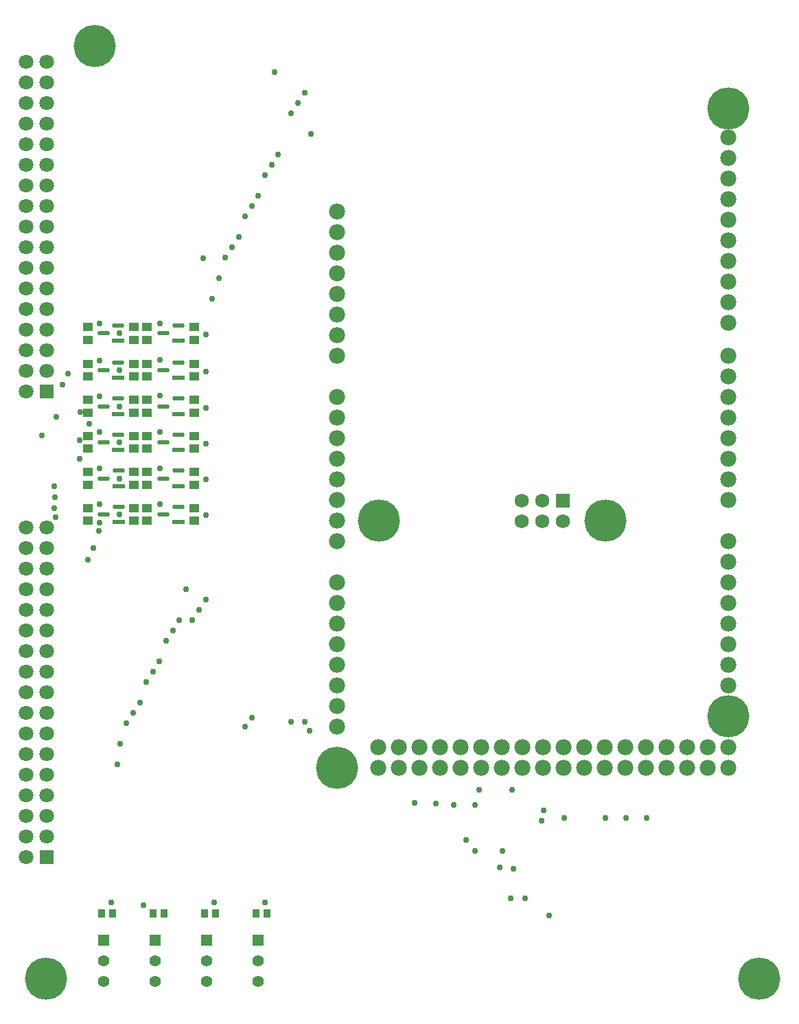
<source format=gts>
G04*
G04 #@! TF.GenerationSoftware,Altium Limited,Altium Designer,21.0.9 (235)*
G04*
G04 Layer_Color=8388736*
%FSLAX44Y44*%
%MOMM*%
G71*
G04*
G04 #@! TF.SameCoordinates,B04B5628-BEB7-489B-AFC1-9DCA5A1A145D*
G04*
G04*
G04 #@! TF.FilePolarity,Negative*
G04*
G01*
G75*
%ADD15R,1.5242X0.5780*%
G04:AMPARAMS|DCode=16|XSize=1.5242mm|YSize=0.578mm|CornerRadius=0.289mm|HoleSize=0mm|Usage=FLASHONLY|Rotation=180.000|XOffset=0mm|YOffset=0mm|HoleType=Round|Shape=RoundedRectangle|*
%AMROUNDEDRECTD16*
21,1,1.5242,0.0000,0,0,180.0*
21,1,0.9463,0.5780,0,0,180.0*
1,1,0.5780,-0.4731,0.0000*
1,1,0.5780,0.4731,0.0000*
1,1,0.5780,0.4731,0.0000*
1,1,0.5780,-0.4731,0.0000*
%
%ADD16ROUNDEDRECTD16*%
%ADD18R,0.9032X1.1032*%
%ADD19R,1.2032X1.1032*%
%ADD20C,1.9812*%
%ADD21R,1.4000X1.4000*%
%ADD22C,1.4000*%
%ADD23C,1.8032*%
%ADD24R,1.8032X1.8032*%
%ADD25C,1.7532*%
%ADD26R,1.7532X1.7532*%
%ADD27C,5.2032*%
%ADD28C,0.7532*%
D15*
X-678314Y-510044D02*
D03*
Y-465594D02*
D03*
X-751974D02*
D03*
X-678497Y-286616D02*
D03*
X-752581D02*
D03*
X-678497Y-332244D02*
D03*
X-752581D02*
D03*
X-678314Y-421144D02*
D03*
X-752369D02*
D03*
X-678314Y-376694D02*
D03*
X-752369D02*
D03*
X-751974Y-510044D02*
D03*
D16*
X-678314Y-491044D02*
D03*
X-696518Y-500544D02*
D03*
Y-456094D02*
D03*
X-678314Y-446594D02*
D03*
X-770178Y-456094D02*
D03*
X-751974Y-446594D02*
D03*
X-696701Y-277116D02*
D03*
X-678497Y-267616D02*
D03*
X-770784Y-277116D02*
D03*
X-752581Y-267616D02*
D03*
X-696701Y-322744D02*
D03*
X-678497Y-313244D02*
D03*
X-770784Y-322744D02*
D03*
X-752581Y-313244D02*
D03*
X-696518Y-411644D02*
D03*
X-678314Y-402144D02*
D03*
X-770572Y-411644D02*
D03*
X-752369Y-402144D02*
D03*
X-696518Y-367194D02*
D03*
X-678314Y-357694D02*
D03*
X-770572Y-367194D02*
D03*
X-752369Y-357694D02*
D03*
X-770178Y-500544D02*
D03*
X-751974Y-491044D02*
D03*
D18*
X-759156Y-992180D02*
D03*
X-773156D02*
D03*
X-709656D02*
D03*
X-695656D02*
D03*
X-646410D02*
D03*
X-632410D02*
D03*
X-582910D02*
D03*
X-568910D02*
D03*
D19*
X-659024Y-492544D02*
D03*
Y-508544D02*
D03*
Y-464094D02*
D03*
Y-448094D02*
D03*
X-733136Y-464094D02*
D03*
Y-448094D02*
D03*
X-790286Y-448094D02*
D03*
Y-464094D02*
D03*
X-716894Y-448094D02*
D03*
Y-464094D02*
D03*
X-790286Y-269116D02*
D03*
Y-285116D02*
D03*
X-716894Y-269116D02*
D03*
Y-285116D02*
D03*
X-659024Y-285776D02*
D03*
Y-269776D02*
D03*
X-733136Y-285116D02*
D03*
Y-269116D02*
D03*
X-716894Y-314744D02*
D03*
Y-330744D02*
D03*
X-790286Y-314744D02*
D03*
Y-330744D02*
D03*
X-659024Y-330744D02*
D03*
Y-314744D02*
D03*
X-733136Y-330744D02*
D03*
Y-314744D02*
D03*
X-716894Y-403644D02*
D03*
Y-419644D02*
D03*
X-790286Y-403644D02*
D03*
Y-419644D02*
D03*
X-716894Y-359194D02*
D03*
Y-375194D02*
D03*
X-790286Y-359194D02*
D03*
Y-375194D02*
D03*
X-659024Y-419644D02*
D03*
Y-403644D02*
D03*
X-733136Y-419644D02*
D03*
Y-403644D02*
D03*
X-659024Y-375194D02*
D03*
Y-359194D02*
D03*
X-733136Y-375194D02*
D03*
Y-359194D02*
D03*
X-716894Y-492544D02*
D03*
Y-508544D02*
D03*
X-790286Y-492544D02*
D03*
Y-508544D02*
D03*
X-733136Y-508544D02*
D03*
Y-492544D02*
D03*
D20*
X0Y-787400D02*
D03*
X-25400D02*
D03*
X-50800D02*
D03*
X-76200D02*
D03*
X-101600D02*
D03*
X-127000D02*
D03*
X-152400D02*
D03*
X-177800D02*
D03*
X-203200D02*
D03*
X0Y-812800D02*
D03*
X-228600Y-787400D02*
D03*
X-254000D02*
D03*
X-279400D02*
D03*
X-304800D02*
D03*
X-330200D02*
D03*
X-355600D02*
D03*
X-381000D02*
D03*
X-406400D02*
D03*
X-431800D02*
D03*
X-25400Y-812800D02*
D03*
X-50800D02*
D03*
X-76200D02*
D03*
X-101600D02*
D03*
X-127000D02*
D03*
X-152400D02*
D03*
X-177800D02*
D03*
X-203200D02*
D03*
X-228600D02*
D03*
X-254000D02*
D03*
X-279400D02*
D03*
X-304800D02*
D03*
X-330200D02*
D03*
X-355600D02*
D03*
X-381000D02*
D03*
X-406400D02*
D03*
X-431800D02*
D03*
X0Y-213360D02*
D03*
Y-187960D02*
D03*
Y-162560D02*
D03*
Y-137160D02*
D03*
Y-111760D02*
D03*
Y-86360D02*
D03*
Y-60960D02*
D03*
Y-35560D02*
D03*
Y-238760D02*
D03*
Y-264160D02*
D03*
Y-533400D02*
D03*
Y-558800D02*
D03*
Y-584200D02*
D03*
Y-609600D02*
D03*
Y-635000D02*
D03*
Y-660400D02*
D03*
Y-685800D02*
D03*
Y-711200D02*
D03*
Y-482600D02*
D03*
Y-457200D02*
D03*
Y-431800D02*
D03*
Y-406400D02*
D03*
Y-381000D02*
D03*
Y-355600D02*
D03*
Y-330200D02*
D03*
Y-304800D02*
D03*
X-482600D02*
D03*
Y-279400D02*
D03*
Y-254000D02*
D03*
Y-228600D02*
D03*
Y-203200D02*
D03*
Y-177800D02*
D03*
Y-152400D02*
D03*
Y-127000D02*
D03*
Y-533400D02*
D03*
Y-508000D02*
D03*
Y-482600D02*
D03*
Y-457200D02*
D03*
Y-431800D02*
D03*
Y-406400D02*
D03*
Y-381000D02*
D03*
Y-355600D02*
D03*
Y-762000D02*
D03*
Y-736600D02*
D03*
Y-711200D02*
D03*
Y-685800D02*
D03*
Y-660400D02*
D03*
Y-635000D02*
D03*
Y-609600D02*
D03*
Y-584200D02*
D03*
D21*
X-770728Y-1025854D02*
D03*
X-707228D02*
D03*
X-643728D02*
D03*
X-580228D02*
D03*
D22*
X-770728Y-1050854D02*
D03*
Y-1075854D02*
D03*
X-707228D02*
D03*
Y-1050854D02*
D03*
X-643728Y-1075854D02*
D03*
Y-1050854D02*
D03*
X-580228Y-1075854D02*
D03*
Y-1050854D02*
D03*
D23*
X-840436Y57504D02*
D03*
Y32104D02*
D03*
Y6704D02*
D03*
Y-18696D02*
D03*
Y-44096D02*
D03*
X-865836Y57504D02*
D03*
Y32104D02*
D03*
Y6704D02*
D03*
Y-18696D02*
D03*
Y-44096D02*
D03*
X-840436Y-94896D02*
D03*
Y-120296D02*
D03*
X-865836Y-94896D02*
D03*
Y-120296D02*
D03*
X-840436Y-196496D02*
D03*
X-865836D02*
D03*
Y-348896D02*
D03*
X-840436Y-323496D02*
D03*
X-865836D02*
D03*
Y-298096D02*
D03*
X-840436D02*
D03*
X-865836Y-272696D02*
D03*
X-840436D02*
D03*
X-865836Y-247296D02*
D03*
Y-221896D02*
D03*
X-840436Y-247296D02*
D03*
Y-221896D02*
D03*
X-865836Y-171096D02*
D03*
Y-145696D02*
D03*
X-840436Y-171096D02*
D03*
Y-145696D02*
D03*
X-865836Y-69496D02*
D03*
X-840436D02*
D03*
Y-516546D02*
D03*
Y-541946D02*
D03*
Y-567346D02*
D03*
Y-592746D02*
D03*
Y-618146D02*
D03*
X-865836Y-516546D02*
D03*
Y-541946D02*
D03*
Y-567346D02*
D03*
Y-592746D02*
D03*
Y-618146D02*
D03*
X-840436Y-668946D02*
D03*
Y-694346D02*
D03*
X-865836Y-668946D02*
D03*
Y-694346D02*
D03*
X-840436Y-770546D02*
D03*
X-865836D02*
D03*
Y-922946D02*
D03*
X-840436Y-897546D02*
D03*
X-865836D02*
D03*
Y-872146D02*
D03*
X-840436D02*
D03*
X-865836Y-846746D02*
D03*
X-840436D02*
D03*
X-865836Y-821346D02*
D03*
Y-795946D02*
D03*
X-840436Y-821346D02*
D03*
Y-795946D02*
D03*
X-865836Y-745146D02*
D03*
Y-719746D02*
D03*
X-840436Y-745146D02*
D03*
Y-719746D02*
D03*
X-865836Y-643546D02*
D03*
X-840436D02*
D03*
D24*
Y-348896D02*
D03*
Y-922946D02*
D03*
D25*
X-229100Y-484000D02*
D03*
X-254500D02*
D03*
X-203700Y-509400D02*
D03*
X-254500D02*
D03*
X-229100D02*
D03*
D26*
X-203700Y-484000D02*
D03*
D27*
X0Y0D02*
D03*
X-431000Y-508000D02*
D03*
X-152000D02*
D03*
X-781726Y77316D02*
D03*
X38274Y-1072684D02*
D03*
X-841726D02*
D03*
X-482600Y-812800D02*
D03*
X0Y-749300D02*
D03*
D28*
X-788416Y-389128D02*
D03*
X-800490Y-431546D02*
D03*
X-751224Y-277278D02*
D03*
Y-322998D02*
D03*
Y-367919D02*
D03*
Y-411898D02*
D03*
Y-456089D02*
D03*
X-775386Y-511068D02*
D03*
X-701640Y-681666D02*
D03*
X-709768Y-694366D02*
D03*
X-717896Y-707066D02*
D03*
X-516517Y-767244D02*
D03*
X-307340Y-840442D02*
D03*
X-266700D02*
D03*
X-312258Y-858520D02*
D03*
X-360680Y-856742D02*
D03*
X-387132Y-856080D02*
D03*
X-339090Y-858520D02*
D03*
X-126076Y-874940D02*
D03*
X-151476D02*
D03*
X-202276D02*
D03*
X-250809Y-974191D02*
D03*
X-571338Y-979080D02*
D03*
X-634330D02*
D03*
X-721234Y-981876D02*
D03*
X-761330Y-979080D02*
D03*
X-278222Y-915494D02*
D03*
X-323688Y-901592D02*
D03*
X-268824Y-973660D02*
D03*
X-282032Y-935306D02*
D03*
X-312258Y-915494D02*
D03*
X-221326Y-994996D02*
D03*
X-265014Y-937678D02*
D03*
X-830924Y-479735D02*
D03*
X-831729Y-492832D02*
D03*
X-829527Y-504311D02*
D03*
X-831739Y-465746D02*
D03*
X-821230Y-340524D02*
D03*
X-814206Y-326773D02*
D03*
X-828920Y-380509D02*
D03*
X-800490Y-409094D02*
D03*
X-799176Y-374560D02*
D03*
X-846591Y-403179D02*
D03*
X-790032Y-556424D02*
D03*
X-783174Y-541946D02*
D03*
X-776316Y-521118D02*
D03*
X-753500Y-808436D02*
D03*
X-751224Y-500370D02*
D03*
X-775386Y-311054D02*
D03*
X-701386Y-354054D02*
D03*
Y-444054D02*
D03*
X-775386D02*
D03*
Y-399054D02*
D03*
Y-355054D02*
D03*
X-701386Y-310054D02*
D03*
Y-399054D02*
D03*
Y-265054D02*
D03*
X-775386D02*
D03*
Y-488054D02*
D03*
X-701386D02*
D03*
X-644236Y-457105D02*
D03*
Y-278294D02*
D03*
Y-501296D02*
D03*
Y-412914D02*
D03*
Y-368935D02*
D03*
Y-324014D02*
D03*
X-636406Y-234616D02*
D03*
X-587848Y-751242D02*
D03*
X-230724Y-878496D02*
D03*
X-595722Y-762418D02*
D03*
X-647538Y-184568D02*
D03*
X-227422Y-865288D02*
D03*
X-100676Y-874940D02*
D03*
X-652872Y-618166D02*
D03*
X-669128Y-592766D02*
D03*
X-661000Y-630866D02*
D03*
X-644744Y-605466D02*
D03*
X-604104Y-158416D02*
D03*
X-612232Y-171116D02*
D03*
X-742280Y-757866D02*
D03*
X-734152Y-745166D02*
D03*
X-726024Y-732466D02*
D03*
X-522824Y-756576D02*
D03*
X-539080Y-756576D02*
D03*
X-555336Y-56816D02*
D03*
X-620360Y-183816D02*
D03*
X-628488Y-209216D02*
D03*
X-677256Y-630866D02*
D03*
X-685384Y-643566D02*
D03*
X-750408Y-783266D02*
D03*
X-693512Y-656266D02*
D03*
X-559908Y44784D02*
D03*
X-514696Y-31416D02*
D03*
X-571592Y-82216D02*
D03*
X-579720Y-107616D02*
D03*
X-587848Y-120316D02*
D03*
X-595976Y-133016D02*
D03*
X-563464Y-69516D02*
D03*
X-539080Y-6016D02*
D03*
X-530952Y6684D02*
D03*
X-522824Y19384D02*
D03*
M02*

</source>
